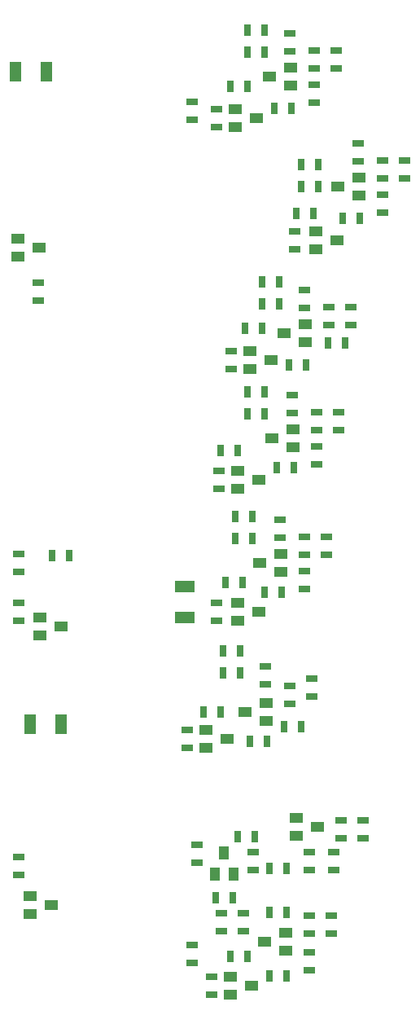
<source format=gtp>
G75*
%MOIN*%
%OFA0B0*%
%FSLAX25Y25*%
%IPPOS*%
%LPD*%
%AMOC8*
5,1,8,0,0,1.08239X$1,22.5*
%
%ADD10R,0.03150X0.04724*%
%ADD11R,0.04724X0.03150*%
%ADD12R,0.05512X0.03937*%
%ADD13R,0.03937X0.05512*%
%ADD14R,0.04724X0.07874*%
%ADD15R,0.07874X0.04724*%
D10*
X0026654Y0226414D03*
X0033740Y0226414D03*
X0088654Y0162414D03*
X0095740Y0162414D03*
X0096654Y0178414D03*
X0096654Y0187414D03*
X0103740Y0187414D03*
X0103740Y0178414D03*
X0107654Y0150414D03*
X0114740Y0150414D03*
X0121654Y0156414D03*
X0128740Y0156414D03*
X0109740Y0111414D03*
X0115654Y0098414D03*
X0122740Y0098414D03*
X0122740Y0080414D03*
X0115654Y0080414D03*
X0106740Y0062414D03*
X0099654Y0062414D03*
X0100740Y0086414D03*
X0093654Y0086414D03*
X0102654Y0111414D03*
X0115654Y0054414D03*
X0122740Y0054414D03*
X0120740Y0211414D03*
X0113654Y0211414D03*
X0104740Y0215414D03*
X0097654Y0215414D03*
X0101654Y0233414D03*
X0101654Y0242414D03*
X0108740Y0242414D03*
X0108740Y0233414D03*
X0118654Y0262414D03*
X0125740Y0262414D03*
X0113740Y0284414D03*
X0113740Y0293414D03*
X0106654Y0293414D03*
X0106654Y0284414D03*
X0102740Y0269414D03*
X0095654Y0269414D03*
X0105654Y0319414D03*
X0112740Y0319414D03*
X0112654Y0329414D03*
X0112654Y0338414D03*
X0119740Y0338414D03*
X0119740Y0329414D03*
X0123654Y0304414D03*
X0130740Y0304414D03*
X0139654Y0313414D03*
X0146740Y0313414D03*
X0145654Y0364414D03*
X0152740Y0364414D03*
X0135740Y0377414D03*
X0135740Y0386414D03*
X0128654Y0386414D03*
X0128654Y0377414D03*
X0126654Y0366414D03*
X0133740Y0366414D03*
X0124740Y0409414D03*
X0117654Y0409414D03*
X0113740Y0432414D03*
X0113740Y0441414D03*
X0106654Y0441414D03*
X0106654Y0432414D03*
X0106740Y0418414D03*
X0099654Y0418414D03*
D11*
X0094197Y0408957D03*
X0094197Y0401871D03*
X0084197Y0404871D03*
X0084197Y0411957D03*
X0100197Y0309957D03*
X0100197Y0302871D03*
X0095197Y0260957D03*
X0095197Y0253871D03*
X0094197Y0206957D03*
X0094197Y0199871D03*
X0082197Y0154957D03*
X0082197Y0147871D03*
X0086197Y0107957D03*
X0086197Y0100871D03*
X0096197Y0079957D03*
X0096197Y0072871D03*
X0105197Y0072871D03*
X0105197Y0079957D03*
X0109197Y0097871D03*
X0109197Y0104957D03*
X0092197Y0053957D03*
X0092197Y0046871D03*
X0084197Y0059871D03*
X0084197Y0066957D03*
X0124197Y0165871D03*
X0124197Y0172957D03*
X0133197Y0175957D03*
X0133197Y0168871D03*
X0130197Y0212871D03*
X0130197Y0219957D03*
X0130197Y0226871D03*
X0130197Y0233957D03*
X0139197Y0233957D03*
X0139197Y0226871D03*
X0135197Y0263871D03*
X0135197Y0270957D03*
X0135197Y0277871D03*
X0135197Y0284957D03*
X0144197Y0284957D03*
X0144197Y0277871D03*
X0140197Y0320871D03*
X0140197Y0327957D03*
X0149197Y0327957D03*
X0149197Y0320871D03*
X0162197Y0366871D03*
X0162197Y0373957D03*
X0162197Y0380871D03*
X0162197Y0387957D03*
X0171197Y0387957D03*
X0171197Y0380871D03*
X0152197Y0387871D03*
X0152197Y0394957D03*
X0143197Y0425871D03*
X0143197Y0432957D03*
X0134197Y0432957D03*
X0134197Y0425871D03*
X0134197Y0418957D03*
X0134197Y0411871D03*
X0124197Y0432871D03*
X0124197Y0439957D03*
X0126197Y0358957D03*
X0126197Y0351871D03*
X0130197Y0334957D03*
X0130197Y0327871D03*
X0125197Y0291957D03*
X0125197Y0284871D03*
X0120197Y0240957D03*
X0120197Y0233871D03*
X0114197Y0180957D03*
X0114197Y0173871D03*
X0132197Y0104957D03*
X0132197Y0097871D03*
X0132197Y0078957D03*
X0132197Y0071871D03*
X0132197Y0063957D03*
X0132197Y0056871D03*
X0141197Y0071871D03*
X0141197Y0078957D03*
X0142197Y0097871D03*
X0142197Y0104957D03*
X0145197Y0110871D03*
X0145197Y0117957D03*
X0154197Y0117957D03*
X0154197Y0110871D03*
X0021197Y0330871D03*
X0021197Y0337957D03*
X0013197Y0226957D03*
X0013197Y0219871D03*
X0013197Y0206957D03*
X0013197Y0199871D03*
X0013197Y0102957D03*
X0013197Y0095871D03*
D12*
X0017866Y0079674D03*
X0017866Y0087154D03*
X0026528Y0083414D03*
X0021866Y0193674D03*
X0021866Y0201154D03*
X0030528Y0197414D03*
X0012866Y0348674D03*
X0012866Y0356154D03*
X0021528Y0352414D03*
X0089866Y0155154D03*
X0089866Y0147674D03*
X0098528Y0151414D03*
X0105866Y0162414D03*
X0114528Y0166154D03*
X0114528Y0158674D03*
X0126866Y0119154D03*
X0126866Y0111674D03*
X0135528Y0115414D03*
X0122528Y0072154D03*
X0122528Y0064674D03*
X0113866Y0068414D03*
X0108528Y0050414D03*
X0099866Y0054154D03*
X0099866Y0046674D03*
X0102866Y0199674D03*
X0102866Y0207154D03*
X0111528Y0203414D03*
X0120528Y0219674D03*
X0120528Y0227154D03*
X0111866Y0223414D03*
X0102866Y0253674D03*
X0102866Y0261154D03*
X0111528Y0257414D03*
X0116866Y0274414D03*
X0125528Y0278154D03*
X0125528Y0270674D03*
X0116528Y0306414D03*
X0121866Y0317414D03*
X0130528Y0321154D03*
X0130528Y0313674D03*
X0134866Y0351674D03*
X0134866Y0359154D03*
X0143528Y0355414D03*
X0152528Y0373674D03*
X0152528Y0381154D03*
X0143866Y0377414D03*
X0124528Y0418674D03*
X0124528Y0426154D03*
X0115866Y0422414D03*
X0110528Y0405414D03*
X0101866Y0409154D03*
X0101866Y0401674D03*
X0107866Y0310154D03*
X0107866Y0302674D03*
D13*
X0097197Y0104745D03*
X0100937Y0096083D03*
X0093457Y0096083D03*
D14*
X0030496Y0157414D03*
X0017898Y0157414D03*
X0011898Y0424414D03*
X0024496Y0424414D03*
D15*
X0081197Y0213713D03*
X0081197Y0201115D03*
M02*

</source>
